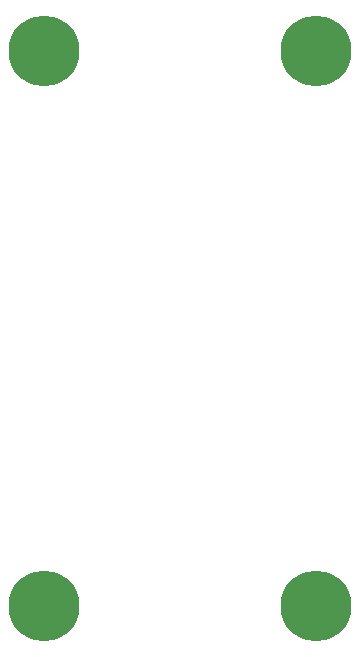
<source format=gbl>
G75*
%MOIN*%
%OFA0B0*%
%FSLAX24Y24*%
%IPPOS*%
%LPD*%
%AMOC8*
5,1,8,0,0,1.08239X$1,22.5*
%
%ADD10C,0.2362*%
D10*
X002315Y005268D03*
X011370Y005268D03*
X011370Y023772D03*
X002315Y023772D03*
M02*

</source>
